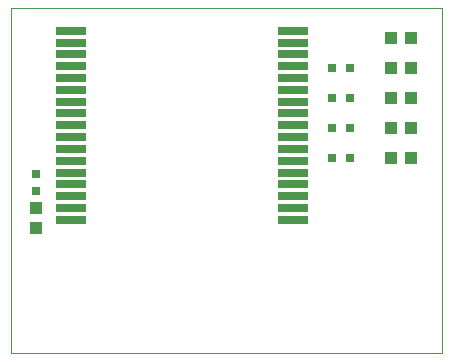
<source format=gtp>
G75*
%MOIN*%
%OFA0B0*%
%FSLAX25Y25*%
%IPPOS*%
%LPD*%
%AMOC8*
5,1,8,0,0,1.08239X$1,22.5*
%
%ADD10C,0.00000*%
%ADD11R,0.10000X0.02559*%
%ADD12R,0.03937X0.04331*%
%ADD13R,0.03150X0.03150*%
%ADD14R,0.04331X0.03937*%
D10*
X0001500Y0030494D02*
X0001500Y0145455D01*
X0145201Y0145455D01*
X0145201Y0030494D01*
X0001500Y0030494D01*
D11*
X0021500Y0075022D03*
X0021500Y0078959D03*
X0021500Y0082896D03*
X0021500Y0086833D03*
X0021500Y0090770D03*
X0021500Y0094707D03*
X0021500Y0098644D03*
X0021500Y0102581D03*
X0021500Y0106518D03*
X0021500Y0110455D03*
X0021500Y0114392D03*
X0021500Y0118329D03*
X0021500Y0122266D03*
X0021500Y0126203D03*
X0021500Y0130140D03*
X0021500Y0134077D03*
X0021500Y0138014D03*
X0095673Y0138014D03*
X0095673Y0134077D03*
X0095673Y0130140D03*
X0095673Y0126203D03*
X0095673Y0122266D03*
X0095673Y0118329D03*
X0095673Y0114392D03*
X0095673Y0110455D03*
X0095673Y0106518D03*
X0095673Y0102581D03*
X0095673Y0098644D03*
X0095673Y0094707D03*
X0095673Y0090770D03*
X0095673Y0086833D03*
X0095673Y0082896D03*
X0095673Y0078959D03*
X0095673Y0075022D03*
D12*
X0128154Y0095494D03*
X0134846Y0095494D03*
X0134846Y0105494D03*
X0128154Y0105494D03*
X0128154Y0115494D03*
X0134846Y0115494D03*
X0134846Y0125494D03*
X0128154Y0125494D03*
X0128154Y0135494D03*
X0134846Y0135494D03*
D13*
X0114453Y0125494D03*
X0108547Y0125494D03*
X0108547Y0115494D03*
X0114453Y0115494D03*
X0114453Y0105494D03*
X0108547Y0105494D03*
X0108547Y0095494D03*
X0114453Y0095494D03*
X0010000Y0090447D03*
X0010000Y0084542D03*
D14*
X0010000Y0078841D03*
X0010000Y0072148D03*
M02*

</source>
